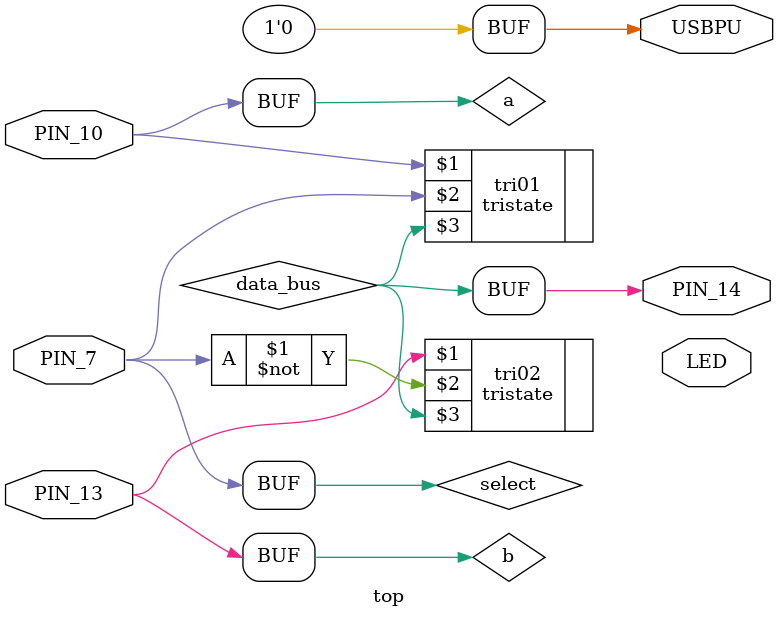
<source format=v>

module top (
	input PIN_13, PIN_10, PIN_7,
	output PIN_14,
    output LED,   // User/boot LED next to power LED
    output USBPU  // USB pull-up resistor
);
    // drive USB pull-up resistor to '0' to disable USB
    assign USBPU = 0;
	
	wire data_bus;
	wire select;
	wire a;
	wire b;
	
	tristate tri01 (a, select, data_bus);
	tristate tri02 (b, ~select, data_bus);
	
	assign PIN_14 = data_bus;
	assign select = PIN_7;
	assign a = PIN_10;
	assign b = PIN_13;
	
	
endmodule

</source>
